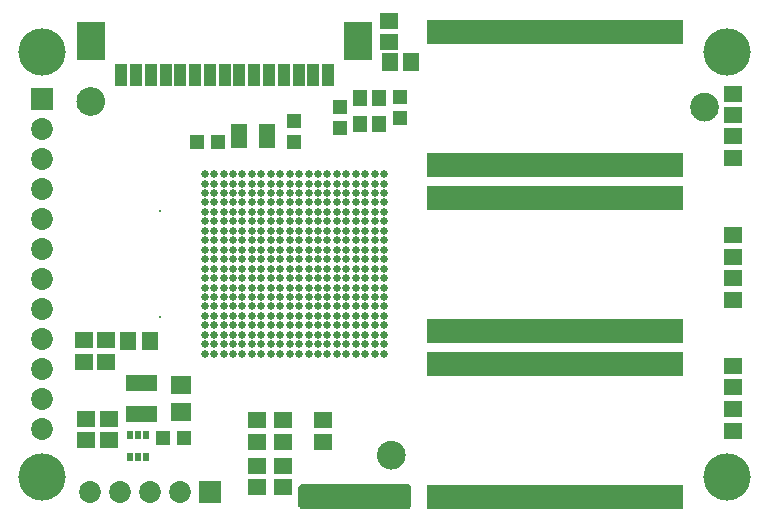
<source format=gts>
G04*
G04 #@! TF.GenerationSoftware,Altium Limited,Altium Designer,18.1.7 (191)*
G04*
G04 Layer_Color=8388736*
%FSLAX25Y25*%
%MOIN*%
G70*
G01*
G75*
%ADD10C,0.01000*%
%ADD13C,0.00787*%
%ADD21R,0.04724X0.05512*%
%ADD30R,0.37106X0.07874*%
%ADD31R,0.03228X0.08109*%
%ADD32C,0.04200*%
%ADD33R,0.04543X0.04937*%
%ADD34R,0.05331X0.08480*%
%ADD35R,0.04937X0.04543*%
%ADD36R,0.04150X0.07299*%
%ADD37R,0.09268X0.12811*%
%ADD38R,0.05921X0.05331*%
%ADD39R,0.05331X0.05921*%
%ADD40C,0.02614*%
%ADD41R,0.06906X0.06118*%
%ADD42R,0.02575X0.05803*%
%ADD43R,0.02378X0.03165*%
%ADD44R,0.07299X0.07299*%
%ADD45C,0.07299*%
%ADD46R,0.07299X0.07299*%
%ADD47C,0.01000*%
%ADD48C,0.15748*%
G36*
X23988Y136664D02*
X27088Y135464D01*
X30288Y136664D01*
X31388Y139764D01*
X30288Y142664D01*
X27088Y144064D01*
X23988Y142864D01*
X22788Y139764D01*
X23988Y136664D01*
D02*
G37*
G36*
X124164Y18750D02*
X127264Y17550D01*
X130464Y18750D01*
X131564Y21850D01*
X130464Y24750D01*
X127264Y26150D01*
X124164Y24950D01*
X122964Y21850D01*
X124164Y18750D01*
D02*
G37*
G36*
X228583Y134794D02*
X231683Y133594D01*
X234883Y134794D01*
X235983Y137894D01*
X234883Y140794D01*
X231683Y142194D01*
X228583Y140994D01*
X227383Y137894D01*
X228583Y134794D01*
D02*
G37*
D10*
X131565Y21850D02*
G03*
X131565Y21850I-4301J0D01*
G01*
X235984Y137894D02*
G03*
X235984Y137894I-4301J0D01*
G01*
X31389Y139764D02*
G03*
X31389Y139764I-4301J0D01*
G01*
D13*
X96653Y4921D02*
G03*
X97441Y4134I787J0D01*
G01*
X132874D02*
G03*
X133661Y4921I0J787D01*
G01*
Y11220D02*
G03*
X132874Y12008I-787J-0D01*
G01*
X97441D02*
G03*
X96653Y11220I0J-787D01*
G01*
X133661Y4921D02*
Y11220D01*
X96653Y4921D02*
Y11220D01*
X97441Y4134D02*
X132776Y4134D01*
X97441Y12008D02*
X132776Y12008D01*
D21*
X116831Y132185D02*
D03*
Y140847D02*
D03*
X123130D02*
D03*
Y132185D02*
D03*
D30*
X115108Y8071D02*
D03*
D31*
X140924Y63287D02*
D03*
X144073D02*
D03*
X147223D02*
D03*
X150373D02*
D03*
X153522D02*
D03*
X156672D02*
D03*
X159821D02*
D03*
X162971D02*
D03*
X166121D02*
D03*
X169270D02*
D03*
X172420D02*
D03*
X175569D02*
D03*
X178719D02*
D03*
X181869D02*
D03*
X185018D02*
D03*
X188168D02*
D03*
X191317D02*
D03*
X194467D02*
D03*
X197617D02*
D03*
X200766D02*
D03*
X203916D02*
D03*
X207066D02*
D03*
X210215D02*
D03*
X213365D02*
D03*
X216514D02*
D03*
X219664D02*
D03*
X222814D02*
D03*
Y107620D02*
D03*
X219664D02*
D03*
X216514D02*
D03*
X213365D02*
D03*
X210215D02*
D03*
X207066D02*
D03*
X203916D02*
D03*
X200766D02*
D03*
X197617D02*
D03*
X194467D02*
D03*
X191317D02*
D03*
X188168D02*
D03*
X185018D02*
D03*
X181869D02*
D03*
X178719D02*
D03*
X175569D02*
D03*
X172420D02*
D03*
X169270D02*
D03*
X166121D02*
D03*
X162971D02*
D03*
X159821D02*
D03*
X156672D02*
D03*
X153522D02*
D03*
X150373D02*
D03*
X147223D02*
D03*
X144073D02*
D03*
X140924D02*
D03*
Y118701D02*
D03*
X144073D02*
D03*
X147223D02*
D03*
X150373D02*
D03*
X153522D02*
D03*
X156672D02*
D03*
X159821D02*
D03*
X162971D02*
D03*
X166121D02*
D03*
X169270D02*
D03*
X172420D02*
D03*
X175569D02*
D03*
X178719D02*
D03*
X181869D02*
D03*
X185018D02*
D03*
X188168D02*
D03*
X191317D02*
D03*
X194467D02*
D03*
X197617D02*
D03*
X200766D02*
D03*
X203916D02*
D03*
X207066D02*
D03*
X210215D02*
D03*
X213365D02*
D03*
X216514D02*
D03*
X219664D02*
D03*
X222814D02*
D03*
Y163034D02*
D03*
X219664D02*
D03*
X216514D02*
D03*
X213365D02*
D03*
X210215D02*
D03*
X207066D02*
D03*
X203916D02*
D03*
X200766D02*
D03*
X197617D02*
D03*
X194467D02*
D03*
X191317D02*
D03*
X188168D02*
D03*
X185018D02*
D03*
X181869D02*
D03*
X178719D02*
D03*
X175569D02*
D03*
X172420D02*
D03*
X169270D02*
D03*
X166121D02*
D03*
X162971D02*
D03*
X159821D02*
D03*
X156672D02*
D03*
X153522D02*
D03*
X150373D02*
D03*
X147223D02*
D03*
X144073D02*
D03*
X140924D02*
D03*
Y7903D02*
D03*
X153522D02*
D03*
X144073D02*
D03*
X150373D02*
D03*
X147223D02*
D03*
X162971D02*
D03*
X159821D02*
D03*
X156672D02*
D03*
X172420D02*
D03*
X166121D02*
D03*
X169270D02*
D03*
X144073Y52235D02*
D03*
X140924D02*
D03*
X150373D02*
D03*
X147223D02*
D03*
X159821D02*
D03*
X153522D02*
D03*
X156672D02*
D03*
X169270D02*
D03*
X166121D02*
D03*
X175569D02*
D03*
X162971D02*
D03*
X172420D02*
D03*
X194467Y7903D02*
D03*
X191317D02*
D03*
X200766D02*
D03*
X197617D02*
D03*
X178719D02*
D03*
X175569D02*
D03*
X188168D02*
D03*
X181869D02*
D03*
X185018D02*
D03*
X207066D02*
D03*
X203916D02*
D03*
X216514D02*
D03*
X210215D02*
D03*
X213365D02*
D03*
X222814D02*
D03*
X219664D02*
D03*
X178719Y52235D02*
D03*
X181869D02*
D03*
X188168D02*
D03*
X185018D02*
D03*
X197617D02*
D03*
X191317D02*
D03*
X194467D02*
D03*
X219664D02*
D03*
X216514D02*
D03*
X222814D02*
D03*
X203916D02*
D03*
X200766D02*
D03*
X213365D02*
D03*
X207066D02*
D03*
X210215D02*
D03*
D32*
X127264Y21850D02*
D03*
X231683Y137894D02*
D03*
X27088Y139764D02*
D03*
D33*
X62588Y126378D02*
D03*
X69588D02*
D03*
X51126Y27657D02*
D03*
X58126D02*
D03*
D34*
X85849Y128150D02*
D03*
X76449D02*
D03*
D35*
X130020Y141098D02*
D03*
Y134098D02*
D03*
X94882Y133224D02*
D03*
Y126224D02*
D03*
X110039Y137949D02*
D03*
Y130949D02*
D03*
D36*
X106201Y148524D02*
D03*
X101279D02*
D03*
X96358D02*
D03*
X91437D02*
D03*
X86516D02*
D03*
X81595D02*
D03*
X76673D02*
D03*
X71752D02*
D03*
X66831D02*
D03*
X61910D02*
D03*
X56988D02*
D03*
X52067D02*
D03*
X47146D02*
D03*
X42224D02*
D03*
X37303D02*
D03*
D37*
X116240Y159941D02*
D03*
X27264D02*
D03*
D38*
X241240Y37205D02*
D03*
Y30020D02*
D03*
Y51673D02*
D03*
Y44488D02*
D03*
Y95177D02*
D03*
Y87992D02*
D03*
Y80807D02*
D03*
Y73622D02*
D03*
Y128248D02*
D03*
Y121063D02*
D03*
Y142323D02*
D03*
Y135138D02*
D03*
X126588Y166732D02*
D03*
Y159547D02*
D03*
X104493Y26428D02*
D03*
Y33613D02*
D03*
X32272Y60123D02*
D03*
Y52938D02*
D03*
X24890Y60173D02*
D03*
Y52988D02*
D03*
X33268Y34055D02*
D03*
Y26870D02*
D03*
X25593Y26772D02*
D03*
Y33957D02*
D03*
X82577Y33613D02*
D03*
Y26428D02*
D03*
X91092Y33613D02*
D03*
Y26428D02*
D03*
X82627Y18357D02*
D03*
Y11172D02*
D03*
X91190Y18357D02*
D03*
Y11172D02*
D03*
D39*
X133957Y153077D02*
D03*
X126772D02*
D03*
X39665Y59842D02*
D03*
X46850D02*
D03*
D40*
X65059Y55709D02*
D03*
Y58858D02*
D03*
Y62008D02*
D03*
Y65158D02*
D03*
Y68307D02*
D03*
Y71457D02*
D03*
Y74606D02*
D03*
Y77756D02*
D03*
Y80905D02*
D03*
Y84055D02*
D03*
Y87205D02*
D03*
Y90354D02*
D03*
Y93504D02*
D03*
Y96653D02*
D03*
Y99803D02*
D03*
Y102953D02*
D03*
Y106102D02*
D03*
Y109252D02*
D03*
Y112402D02*
D03*
Y115551D02*
D03*
X68209Y55709D02*
D03*
Y58858D02*
D03*
Y62008D02*
D03*
Y65158D02*
D03*
Y68307D02*
D03*
Y71457D02*
D03*
Y74606D02*
D03*
Y77756D02*
D03*
Y80905D02*
D03*
Y84055D02*
D03*
Y87205D02*
D03*
Y90354D02*
D03*
Y93504D02*
D03*
Y96653D02*
D03*
Y99803D02*
D03*
Y102953D02*
D03*
Y106102D02*
D03*
Y109252D02*
D03*
Y112402D02*
D03*
Y115551D02*
D03*
X71358Y55709D02*
D03*
Y58858D02*
D03*
Y62008D02*
D03*
Y65158D02*
D03*
Y68307D02*
D03*
Y71457D02*
D03*
Y74606D02*
D03*
Y77756D02*
D03*
Y80905D02*
D03*
Y84055D02*
D03*
Y87205D02*
D03*
Y90354D02*
D03*
Y93504D02*
D03*
Y96653D02*
D03*
Y99803D02*
D03*
Y102953D02*
D03*
Y106102D02*
D03*
Y109252D02*
D03*
Y112402D02*
D03*
Y115551D02*
D03*
X74508Y55709D02*
D03*
Y58858D02*
D03*
Y62008D02*
D03*
Y65158D02*
D03*
Y68307D02*
D03*
Y71457D02*
D03*
Y74606D02*
D03*
Y77756D02*
D03*
Y80905D02*
D03*
Y84055D02*
D03*
Y87205D02*
D03*
Y90354D02*
D03*
Y93504D02*
D03*
Y96653D02*
D03*
Y99803D02*
D03*
Y102953D02*
D03*
Y106102D02*
D03*
Y109252D02*
D03*
Y112402D02*
D03*
Y115551D02*
D03*
X77658Y55709D02*
D03*
Y58858D02*
D03*
Y62008D02*
D03*
Y65158D02*
D03*
Y68307D02*
D03*
Y71457D02*
D03*
Y74606D02*
D03*
Y77756D02*
D03*
Y80905D02*
D03*
Y84055D02*
D03*
Y87205D02*
D03*
Y90354D02*
D03*
Y93504D02*
D03*
Y96653D02*
D03*
Y99803D02*
D03*
Y102953D02*
D03*
Y106102D02*
D03*
Y109252D02*
D03*
Y112402D02*
D03*
Y115551D02*
D03*
X80807Y55709D02*
D03*
Y58858D02*
D03*
Y62008D02*
D03*
Y65158D02*
D03*
Y68307D02*
D03*
Y71457D02*
D03*
Y74606D02*
D03*
Y77756D02*
D03*
Y80905D02*
D03*
Y84055D02*
D03*
Y87205D02*
D03*
Y90354D02*
D03*
Y93504D02*
D03*
Y96653D02*
D03*
Y99803D02*
D03*
Y102953D02*
D03*
Y106102D02*
D03*
Y109252D02*
D03*
Y112402D02*
D03*
Y115551D02*
D03*
X83957Y55709D02*
D03*
Y58858D02*
D03*
Y62008D02*
D03*
Y65158D02*
D03*
Y68307D02*
D03*
Y71457D02*
D03*
Y74606D02*
D03*
Y77756D02*
D03*
Y80905D02*
D03*
Y84055D02*
D03*
Y87205D02*
D03*
Y90354D02*
D03*
Y93504D02*
D03*
Y96653D02*
D03*
Y99803D02*
D03*
Y102953D02*
D03*
Y106102D02*
D03*
Y109252D02*
D03*
Y112402D02*
D03*
Y115551D02*
D03*
X87106Y55709D02*
D03*
Y58858D02*
D03*
Y62008D02*
D03*
Y65158D02*
D03*
Y68307D02*
D03*
Y71457D02*
D03*
Y74606D02*
D03*
Y77756D02*
D03*
Y80905D02*
D03*
Y84055D02*
D03*
Y87205D02*
D03*
Y90354D02*
D03*
Y93504D02*
D03*
Y96653D02*
D03*
Y99803D02*
D03*
Y102953D02*
D03*
Y106102D02*
D03*
Y109252D02*
D03*
Y112402D02*
D03*
Y115551D02*
D03*
X90256Y55709D02*
D03*
Y58858D02*
D03*
Y62008D02*
D03*
Y65158D02*
D03*
Y68307D02*
D03*
Y71457D02*
D03*
Y74606D02*
D03*
Y77756D02*
D03*
Y80905D02*
D03*
Y84055D02*
D03*
Y87205D02*
D03*
Y90354D02*
D03*
Y93504D02*
D03*
Y96653D02*
D03*
Y99803D02*
D03*
Y102953D02*
D03*
Y106102D02*
D03*
Y109252D02*
D03*
Y112402D02*
D03*
Y115551D02*
D03*
X93405Y55709D02*
D03*
Y58858D02*
D03*
Y62008D02*
D03*
Y65158D02*
D03*
Y68307D02*
D03*
Y71457D02*
D03*
Y74606D02*
D03*
Y77756D02*
D03*
Y80905D02*
D03*
Y84055D02*
D03*
Y87205D02*
D03*
Y90354D02*
D03*
Y93504D02*
D03*
Y96653D02*
D03*
Y99803D02*
D03*
Y102953D02*
D03*
Y106102D02*
D03*
Y109252D02*
D03*
Y112402D02*
D03*
Y115551D02*
D03*
X96555Y55709D02*
D03*
Y58858D02*
D03*
Y62008D02*
D03*
Y65158D02*
D03*
Y68307D02*
D03*
Y71457D02*
D03*
Y74606D02*
D03*
Y77756D02*
D03*
Y80905D02*
D03*
Y84055D02*
D03*
Y87205D02*
D03*
Y90354D02*
D03*
Y93504D02*
D03*
Y96653D02*
D03*
Y99803D02*
D03*
Y102953D02*
D03*
Y106102D02*
D03*
Y109252D02*
D03*
Y112402D02*
D03*
Y115551D02*
D03*
X99705Y55709D02*
D03*
Y58858D02*
D03*
Y62008D02*
D03*
Y65158D02*
D03*
Y68307D02*
D03*
Y71457D02*
D03*
Y74606D02*
D03*
Y77756D02*
D03*
Y80905D02*
D03*
Y84055D02*
D03*
Y87205D02*
D03*
Y90354D02*
D03*
Y93504D02*
D03*
Y96653D02*
D03*
Y99803D02*
D03*
Y102953D02*
D03*
Y106102D02*
D03*
Y109252D02*
D03*
Y112402D02*
D03*
Y115551D02*
D03*
X102854Y55709D02*
D03*
Y58858D02*
D03*
Y62008D02*
D03*
Y65158D02*
D03*
Y68307D02*
D03*
Y71457D02*
D03*
Y74606D02*
D03*
Y77756D02*
D03*
Y80905D02*
D03*
Y84055D02*
D03*
Y87205D02*
D03*
Y90354D02*
D03*
Y93504D02*
D03*
Y96653D02*
D03*
Y99803D02*
D03*
Y102953D02*
D03*
Y106102D02*
D03*
Y109252D02*
D03*
Y112402D02*
D03*
Y115551D02*
D03*
X106004Y55709D02*
D03*
Y58858D02*
D03*
Y62008D02*
D03*
Y65158D02*
D03*
Y68307D02*
D03*
Y71457D02*
D03*
Y74606D02*
D03*
Y77756D02*
D03*
Y80905D02*
D03*
Y84055D02*
D03*
Y87205D02*
D03*
Y90354D02*
D03*
Y93504D02*
D03*
Y96653D02*
D03*
Y99803D02*
D03*
Y102953D02*
D03*
Y106102D02*
D03*
Y109252D02*
D03*
Y112402D02*
D03*
Y115551D02*
D03*
X109153Y55709D02*
D03*
Y58858D02*
D03*
Y62008D02*
D03*
Y65158D02*
D03*
Y68307D02*
D03*
Y71457D02*
D03*
Y74606D02*
D03*
Y77756D02*
D03*
Y80905D02*
D03*
Y84055D02*
D03*
Y87205D02*
D03*
Y90354D02*
D03*
Y93504D02*
D03*
Y96653D02*
D03*
Y99803D02*
D03*
Y102953D02*
D03*
Y106102D02*
D03*
Y109252D02*
D03*
Y112402D02*
D03*
Y115551D02*
D03*
X112303Y55709D02*
D03*
Y58858D02*
D03*
Y62008D02*
D03*
Y65158D02*
D03*
Y68307D02*
D03*
Y71457D02*
D03*
Y74606D02*
D03*
Y77756D02*
D03*
Y80905D02*
D03*
Y84055D02*
D03*
Y87205D02*
D03*
Y90354D02*
D03*
Y93504D02*
D03*
Y96653D02*
D03*
Y99803D02*
D03*
Y102953D02*
D03*
Y106102D02*
D03*
Y109252D02*
D03*
Y112402D02*
D03*
Y115551D02*
D03*
X115453Y55709D02*
D03*
Y58858D02*
D03*
Y62008D02*
D03*
Y65158D02*
D03*
Y68307D02*
D03*
Y71457D02*
D03*
Y74606D02*
D03*
Y77756D02*
D03*
Y80905D02*
D03*
Y84055D02*
D03*
Y87205D02*
D03*
Y90354D02*
D03*
Y93504D02*
D03*
Y96653D02*
D03*
Y99803D02*
D03*
Y102953D02*
D03*
Y106102D02*
D03*
Y109252D02*
D03*
Y112402D02*
D03*
Y115551D02*
D03*
X118602Y55709D02*
D03*
Y58858D02*
D03*
Y62008D02*
D03*
Y65158D02*
D03*
Y68307D02*
D03*
Y71457D02*
D03*
Y74606D02*
D03*
Y77756D02*
D03*
Y80905D02*
D03*
Y84055D02*
D03*
Y87205D02*
D03*
Y90354D02*
D03*
Y93504D02*
D03*
Y96653D02*
D03*
Y99803D02*
D03*
Y102953D02*
D03*
Y106102D02*
D03*
Y109252D02*
D03*
Y112402D02*
D03*
Y115551D02*
D03*
X121752Y55709D02*
D03*
Y58858D02*
D03*
Y62008D02*
D03*
Y65158D02*
D03*
Y68307D02*
D03*
Y71457D02*
D03*
Y74606D02*
D03*
Y77756D02*
D03*
Y80905D02*
D03*
Y84055D02*
D03*
Y87205D02*
D03*
Y90354D02*
D03*
Y93504D02*
D03*
Y96653D02*
D03*
Y99803D02*
D03*
Y102953D02*
D03*
Y106102D02*
D03*
Y109252D02*
D03*
Y112402D02*
D03*
Y115551D02*
D03*
X124902Y55709D02*
D03*
Y58858D02*
D03*
Y62008D02*
D03*
Y65158D02*
D03*
Y68307D02*
D03*
Y71457D02*
D03*
Y74606D02*
D03*
Y77756D02*
D03*
Y80905D02*
D03*
Y84055D02*
D03*
Y87205D02*
D03*
Y90354D02*
D03*
Y93504D02*
D03*
Y96653D02*
D03*
Y99803D02*
D03*
Y102953D02*
D03*
Y106102D02*
D03*
Y109252D02*
D03*
Y112402D02*
D03*
Y115551D02*
D03*
D41*
X57087Y45346D02*
D03*
Y36346D02*
D03*
D42*
X47835Y35590D02*
D03*
X45276D02*
D03*
X42717D02*
D03*
X40157D02*
D03*
Y45906D02*
D03*
X42717D02*
D03*
X45276D02*
D03*
X47835D02*
D03*
D43*
X40256Y21161D02*
D03*
X42815D02*
D03*
X45374D02*
D03*
Y28445D02*
D03*
X42815D02*
D03*
X40256D02*
D03*
D44*
X67008Y9744D02*
D03*
D45*
X57008D02*
D03*
X47008D02*
D03*
X37008D02*
D03*
X27008D02*
D03*
X10827Y130650D02*
D03*
Y120650D02*
D03*
Y110650D02*
D03*
Y100650D02*
D03*
Y90650D02*
D03*
Y40650D02*
D03*
Y50650D02*
D03*
Y60650D02*
D03*
Y70650D02*
D03*
Y80650D02*
D03*
Y30650D02*
D03*
D46*
Y140650D02*
D03*
D47*
X50197Y103248D02*
D03*
Y67815D02*
D03*
D48*
X239173Y156398D02*
D03*
Y14665D02*
D03*
X10827D02*
D03*
Y156398D02*
D03*
M02*

</source>
